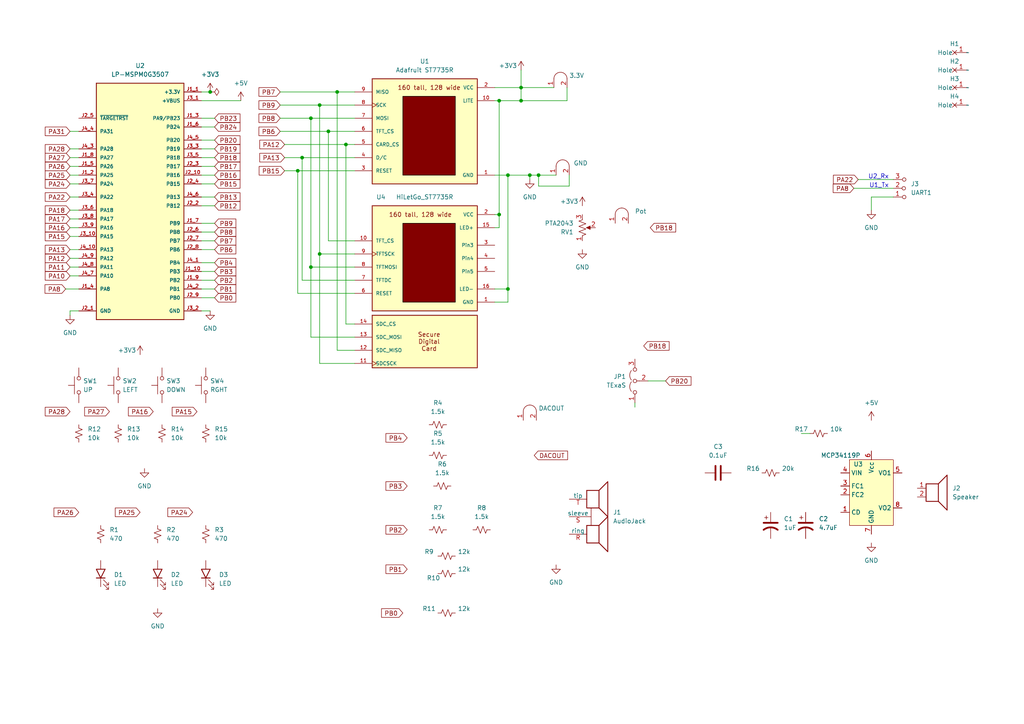
<source format=kicad_sch>
(kicad_sch (version 20230121) (generator eeschema)
  (paper "A4")
  (title_block (title "Starter Project") (date "2023-12-11") (rev "v1.0.0") (company "The University of Texas at Austin"))
  (lib_symbols
    (symbol "ECE445L:Adafruit_ST7735R" (pin_names (offset 1.016))
      (property "Reference" "U?" (at -15.24 16.002 0))
      (property "Value" "Adafruit ST7735R" (at -15.24 -17.78 0))
      (symbol "Adafruit_ST7735R_0_0"
        (rectangle (start -15.24 15.24) (end 15.24 -15.24) (stroke (width 0.254)) (fill (type background)))
      )
      (symbol "Adafruit_ST7735R_1_0"
        (pin power_in line (at 20.32 -12.7 180) (length 5.08) (name "GND") (number "1"))
        (pin power_in line (at 20.32 8.89 180) (length 5.08) (name "LITE") (number "10"))
        (pin power_in line (at 20.32 12.7 180) (length 5.08) (name "VCC") (number "2"))
        (pin input line (at -20.32 -11.43 0) (length 5.08) (name "RESET") (number "3"))
        (pin input line (at -20.32 -7.62 0) (length 5.08) (name "D/C") (number "4"))
        (pin input line (at -20.32 -3.81 0) (length 5.08) (name "CARD_CS") (number "5"))
        (pin input line (at -20.32 0 0) (length 5.08) (name "TFT_CS") (number "6"))
        (pin input line (at -20.32 3.81 0) (length 5.08) (name "MOSI") (number "7"))
        (pin input clock (at -20.32 7.62 0) (length 5.08) (name "SCK") (number "8"))
        (pin output line (at -20.32 11.43 0) (length 5.08) (name "MISO") (number "9"))
      )
      (symbol "Adafruit_ST7735R_1_1"
        (rectangle (start -6.35 10.16) (end 8.89 -12.7) (stroke (width 0) (color 0 0 0 1)) (fill (type color) (color 132 0 0 1)))
        (text "160 tall, 128 wide" (at 1.27 12.7 0) (effects (font (size 1.27 1.27))))
      )
    )
    (symbol "ECE445L:C" (pin_numbers hide) (pin_names (offset 0.254))
      (property "Reference" "C" (at 0.635 2.54 0))
      (property "Value" "C" (at 0.635 -2.54 0))
      (symbol "C_0_1"
        (polyline (pts (xy -2.032 -0.762) (xy 2.032 -0.762)) (stroke (width 0.508)))
        (polyline (pts (xy -2.032 0.762) (xy 2.032 0.762)) (stroke (width 0.508)))
      )
      (symbol "C_1_1"
        (pin passive line (at 0 3.81 270) (length 2.794) (name "~") (number "1"))
        (pin passive line (at 0 -3.81 90) (length 2.794) (name "~") (number "2"))
      )
    )
    (symbol "ECE445L:C_Polarized" (pin_numbers hide) (pin_names (offset 0.254) hide)
      (property "Reference" "C" (at 0.635 2.54 0))
      (property "Value" "C_Polarized" (at 0.635 -2.54 0))
      (symbol "C_Polarized_0_1"
        (polyline (pts (xy -2.032 0.762) (xy 2.032 0.762)) (stroke (width 0.508)))
        (polyline (pts (xy -1.778 2.286) (xy -0.762 2.286)))
        (polyline (pts (xy -1.27 1.778) (xy -1.27 2.794)))
        (arc (start 2.032 -1.27) (mid 0 -0.5572) (end -2.032 -1.27) (stroke (width 0.508)))
      )
      (symbol "C_Polarized_1_1"
        (pin passive line (at 0 3.81 270) (length 2.794) (name "~") (number "1"))
        (pin passive line (at 0 -3.81 90) (length 3.302) (name "~") (number "2"))
      )
    )
    (symbol "ECE445L:Header_3" (pin_names (offset 0) hide)
      (property "Reference" "J" (at 0 2.794 0))
      (property "Value" "Header3" (at 0.635 -4.445 0))
      (symbol "Header_3_0_0"
        (circle (center 1.905 2.54) (radius 0.508))
      )
      (symbol "Header_3_1_0"
        (circle (center 1.905 -2.54) (radius 0.508))
        (circle (center 2.032 0) (radius 0.508))
      )
      (symbol "Header_3_1_1"
        (pin passive line (at 5.08 2.54 180) (length 2.54) (name "A") (number "1"))
        (pin passive line (at 5.08 0 180) (length 2.54) (name "B") (number "2"))
        (pin passive line (at 5.08 -2.54 180) (length 2.54) (name "C") (number "3"))
      )
    )
    (symbol "ECE445L:HeadphoneJack" (pin_names (offset 0))
      (property "Reference" "J" (at 1.27 5.715 0))
      (property "Value" "AudioJack" (at 1.27 3.81 0))
      (symbol "HeadphoneJack_0_0"
        (rectangle (start -2.54 -8.89) (end 1.016 -13.97) (stroke (width 0.254)))
        (rectangle (start -2.54 1.27) (end 1.016 -3.81) (stroke (width 0.254)))
        (polyline (pts (xy 1.016 -8.89) (xy 3.556 -6.35) (xy 3.556 -16.51) (xy 1.016 -13.97)) (stroke (width 0.254)))
        (polyline (pts (xy 1.016 1.27) (xy 3.556 3.81) (xy 3.556 -6.35) (xy 1.016 -3.81)) (stroke (width 0.254)))
      )
      (symbol "HeadphoneJack_0_1"
        (polyline (pts (xy -2.54 -6.35) (xy -1.27 -6.35) (xy -1.27 -3.81) (xy -1.27 -8.89)))
      )
      (symbol "HeadphoneJack_1_1"
        (pin input line (at -7.62 -11.43 0) (length 5.12) (name "ring") (number "R"))
        (pin input line (at -7.62 -6.35 0) (length 5.12) (name "sleeve") (number "S"))
        (pin input line (at -7.62 -1.27 0) (length 5.12) (name "tip") (number "T"))
      )
    )
    (symbol "ECE445L:HiLetGo_ST7735R" (pin_names (offset 1.016))
      (property "Reference" "U?" (at -15.24 16.002 0))
      (property "Value" "HiLetGo_ST7735R" (at -11.43 -34.29 0))
      (symbol "HiLetGo_ST7735R_0_0"
        (rectangle (start -15.24 -16.51) (end 15.24 -31.75) (stroke (width 0.254)) (fill (type background)))
        (rectangle (start -15.24 15.24) (end 15.24 -15.24) (stroke (width 0.254)) (fill (type background)))
      )
      (symbol "HiLetGo_ST7735R_1_0"
        (pin power_in line (at 20.32 -12.7 180) (length 5.08) (name "GND") (number "1"))
        (pin input line (at -20.32 5.08 0) (length 5.08) (name "TFT_CS") (number "10"))
        (pin input clock (at -20.32 -30.48 0) (length 5.08) (name "SDCSCK") (number "11"))
        (pin output line (at -20.32 -26.67 0) (length 5.08) (name "SDC_MISO") (number "12"))
        (pin input line (at -20.32 -22.86 0) (length 5.08) (name "SDC_MOSI") (number "13"))
        (pin input line (at -20.32 -19.05 0) (length 5.08) (name "SDC_CS") (number "14"))
        (pin power_in line (at 20.32 8.89 180) (length 5.08) (name "LED+") (number "15"))
        (pin power_in line (at 20.32 -8.89 180) (length 5.08) (name "LED-") (number "16"))
        (pin power_in line (at 20.32 12.7 180) (length 5.08) (name "VCC") (number "2"))
        (pin free line (at 20.32 3.81 180) (length 5.08) (name "Pin3") (number "3"))
        (pin free line (at 20.32 0 180) (length 5.08) (name "Pin4") (number "4"))
        (pin free line (at 20.32 -3.81 180) (length 5.08) (name "Pin5") (number "5"))
        (pin input line (at -20.32 -10.16 0) (length 5.08) (name "RESET") (number "6"))
        (pin input line (at -20.32 -6.35 0) (length 5.08) (name "TFTDC") (number "7"))
        (pin input line (at -20.32 -2.54 0) (length 5.08) (name "TFTMOSI") (number "8"))
        (pin input clock (at -20.32 1.27 0) (length 5.08) (name "TFTSCK") (number "9"))
      )
      (symbol "HiLetGo_ST7735R_1_1"
        (rectangle (start -6.35 10.16) (end 8.89 -12.7) (stroke (width 0) (color 0 0 0 1)) (fill (type color) (color 132 0 0 1)))
        (text "160 tall, 128 wide" (at -1.27 12.7 0) (effects (font (size 1.27 1.27))))
        (text "Secure\nDigital\nCard" (at 1.27 -24.13 0) (effects (font (size 1.27 1.27))))
      )
    )
    (symbol "ECE445L:Jumper_3_Open" (pin_names (offset 0) hide)
      (property "Reference" "JP" (at -2.54 -2.54 0))
      (property "Value" "Jumper_3_Open" (at 0 2.794 0))
      (symbol "Jumper_3_Open_0_0"
        (circle (center -3.302 0) (radius 0.508))
        (circle (center 0 0) (radius 0.508))
        (circle (center 3.302 0) (radius 0.508))
      )
      (symbol "Jumper_3_Open_0_1"
        (arc (start -0.254 1.016) (mid -1.651 1.4992) (end -3.048 1.016))
        (polyline (pts (xy 0 -0.508) (xy 0 -1.27)))
        (arc (start 3.048 1.016) (mid 1.651 1.4992) (end 0.254 1.016))
      )
      (symbol "Jumper_3_Open_1_1"
        (pin passive line (at -6.35 0 0) (length 2.54) (name "A") (number "1"))
        (pin passive line (at 0 -3.81 90) (length 2.54) (name "C") (number "2"))
        (pin passive line (at 6.35 0 180) (length 2.54) (name "B") (number "3"))
      )
    )
    (symbol "ECE445L:LED" (pin_numbers hide) (pin_names (offset 1.016) hide)
      (property "Reference" "D" (at 1.27 1.27 0))
      (property "Value" "LED" (at -5.08 -1.27 0))
      (symbol "LED_0_1"
        (polyline (pts (xy 0 -1.27) (xy -2.54 -1.27)) (stroke (width 0.254)))
        (polyline (pts (xy 0 1.27) (xy -2.54 1.27) (xy -1.27 -1.27) (xy 0 1.27)) (stroke (width 0.254)))
        (polyline (pts (xy -0.508 -3.048) (xy 1.016 -4.572) (xy 1.016 -3.81) (xy 1.016 -4.572) (xy 0.254 -4.572)))
        (polyline (pts (xy -0.508 -1.778) (xy 1.016 -3.302) (xy 1.016 -2.54) (xy 1.016 -3.302) (xy 0.254 -3.302)))
      )
      (symbol "LED_1_1"
        (pin passive line (at -1.27 -3.81 90) (length 2.54) (name "K") (number "1"))
        (pin passive line (at -1.27 3.81 270) (length 2.54) (name "A") (number "2"))
      )
    )
    (symbol "ECE445L:LP-MSPM0G3507" (pin_names (offset 1.016))
      (property "Reference" "U?" (at -12.7367 34.3099 0))
      (property "Value" "LP-MSPM0G3507" (at -10.16 -38.1 0))
      (symbol "LP-MSPM0G3507_0_0"
        (rectangle (start -12.7 -35.56) (end 12.7 33.02) (stroke (width 0.254)) (fill (type background)))
      )
      (symbol "LP-MSPM0G3507_1_0"
        (pin power_out line (at 17.78 30.48 180) (length 5.08) (name "+3.3V") (number "J1_1"))
        (pin bidirectional line (at 17.78 -21.59 180) (length 5.08) (name "PB3") (number "J1_10"))
        (pin bidirectional line (at -17.78 6.35 0) (length 5.08) (name "PA25") (number "J1_2"))
        (pin bidirectional line (at 17.78 22.86 180) (length 5.08) (name "PA9/PB23") (number "J1_3"))
        (pin bidirectional line (at -17.78 -26.67 0) (length 5.08) (name "PA8") (number "J1_4"))
        (pin bidirectional line (at -17.78 8.89 0) (length 5.08) (name "PA26") (number "J1_5"))
        (pin bidirectional line (at 17.78 20.32 180) (length 5.08) (name "PB24") (number "J1_6"))
        (pin bidirectional line (at 17.78 -7.62 180) (length 5.08) (name "PB9") (number "J1_7"))
        (pin bidirectional line (at -17.78 11.43 0) (length 5.08) (name "PA27") (number "J1_8"))
        (pin bidirectional line (at 17.78 -24.13 180) (length 5.08) (name "PB2") (number "J1_9"))
        (pin power_out line (at -17.78 -33.02 0) (length 5.08) (name "GND") (number "J2_1"))
        (pin bidirectional line (at 17.78 6.35 180) (length 5.08) (name "PB16") (number "J2_10"))
        (pin bidirectional line (at 17.78 -2.54 180) (length 5.08) (name "PB12") (number "J2_2"))
        (pin bidirectional line (at 17.78 8.89 180) (length 5.08) (name "PB17") (number "J2_3"))
        (pin bidirectional line (at 17.78 3.81 180) (length 5.08) (name "PB15") (number "J2_4"))
        (pin input line (at -17.78 22.86 0) (length 5.08) (name "~{TARGETRST}") (number "J2_5"))
        (pin bidirectional line (at 17.78 -10.16 180) (length 5.08) (name "PB8") (number "J2_6"))
        (pin bidirectional line (at 17.78 -12.7 180) (length 5.08) (name "PB7") (number "J2_7"))
        (pin bidirectional line (at 17.78 -15.24 180) (length 5.08) (name "PB6") (number "J2_8"))
        (pin bidirectional line (at 17.78 -29.21 180) (length 5.08) (name "PB0") (number "J2_9"))
        (pin power_out line (at 17.78 27.94 180) (length 5.08) (name "+VBUS") (number "J3_1"))
        (pin bidirectional line (at -17.78 -11.43 0) (length 5.08) (name "PA15") (number "J3_10"))
        (pin power_out line (at 17.78 -33.02 180) (length 5.08) (name "GND") (number "J3_2"))
        (pin bidirectional line (at 17.78 13.97 180) (length 5.08) (name "PB19") (number "J3_3"))
        (pin bidirectional line (at -17.78 0 0) (length 5.08) (name "PA22") (number "J3_4"))
        (pin bidirectional line (at 17.78 11.43 180) (length 5.08) (name "PB18") (number "J3_5"))
        (pin bidirectional line (at -17.78 -3.81 0) (length 5.08) (name "PA18") (number "J3_6"))
        (pin bidirectional line (at -17.78 3.81 0) (length 5.08) (name "PA24") (number "J3_7"))
        (pin bidirectional line (at -17.78 -6.35 0) (length 5.08) (name "PA17") (number "J3_8"))
        (pin bidirectional line (at -17.78 -8.89 0) (length 5.08) (name "PA16") (number "J3_9"))
        (pin bidirectional line (at 17.78 -19.05 180) (length 5.08) (name "PB4") (number "J4_1"))
        (pin bidirectional line (at -17.78 -15.24 0) (length 5.08) (name "PA13") (number "J4_10"))
        (pin bidirectional line (at 17.78 -26.67 180) (length 5.08) (name "PB1") (number "J4_2"))
        (pin bidirectional line (at -17.78 13.97 0) (length 5.08) (name "PA28") (number "J4_3"))
        (pin bidirectional line (at -17.78 19.05 0) (length 5.08) (name "PA31") (number "J4_4"))
        (pin bidirectional line (at 17.78 16.51 180) (length 5.08) (name "PB20") (number "J4_5"))
        (pin bidirectional line (at 17.78 0 180) (length 5.08) (name "PB13") (number "J4_6"))
        (pin bidirectional line (at -17.78 -22.86 0) (length 5.08) (name "PA10") (number "J4_7"))
        (pin bidirectional line (at -17.78 -20.32 0) (length 5.08) (name "PA11") (number "J4_8"))
        (pin bidirectional line (at -17.78 -17.78 0) (length 5.08) (name "PA12") (number "J4_9"))
      )
    )
    (symbol "ECE445L:MCP34119P"
      (property "Reference" "U" (at -5.08 7.62 0))
      (property "Value" "MCP34119P" (at -7.62 10.16 0))
      (symbol "MCP34119P_1_1"
        (rectangle (start -6.35 8.89) (end 6.35 -10.16) (fill (type background)))
        (pin input line (at -8.89 -6.35 0) (length 2.54) (name "CD") (number "1"))
        (pin input line (at -8.89 -1.27 0) (length 2.54) (name "FC2") (number "2"))
        (pin input line (at -8.89 1.27 0) (length 2.54) (name "FC1") (number "3"))
        (pin input line (at -8.89 5.08 0) (length 2.54) (name "VIN") (number "4"))
        (pin output line (at 8.89 5.08 180) (length 2.54) (name "VO1") (number "5"))
        (pin power_in line (at 0 11.43 270) (length 2.54) (name "Vcc") (number "6"))
        (pin power_in line (at 0 -12.7 90) (length 2.54) (name "GND") (number "7"))
        (pin output line (at 8.89 -5.08 180) (length 2.54) (name "VO2") (number "8"))
      )
    )
    (symbol "ECE445L:MountingHole"
      (property "Reference" "H" (at 0 0 0))
      (symbol "MountingHole_1_1"
        (pin power_in non_logic (at 0 0 180) (length 3.81) (name "Hole") (number "1"))
      )
    )
    (symbol "ECE445L:PTA2043pot" (pin_names (offset 1.016) hide)
      (property "Reference" "RV" (at -4.445 0 90))
      (property "Value" "PTA2043" (at -2.54 0 90))
      (symbol "PTA2043pot_0_1"
        (polyline (pts (xy 0 -2.286) (xy 0 -2.54)))
        (polyline (pts (xy 0 2.54) (xy 0 2.286)))
        (polyline (pts (xy 2.54 0) (xy 1.524 0)))
        (polyline (pts (xy 1.143 0) (xy 2.286 0.508) (xy 2.286 -0.508) (xy 1.143 0)) (fill (type outline)))
        (polyline (pts (xy 0 -0.762) (xy 1.016 -1.143) (xy 0 -1.524) (xy -1.016 -1.905) (xy 0 -2.286)))
        (polyline (pts (xy 0 0.762) (xy 1.016 0.381) (xy 0 0) (xy -1.016 -0.381) (xy 0 -0.762)))
        (polyline (pts (xy 0 2.286) (xy 1.016 1.905) (xy 0 1.524) (xy -1.016 1.143) (xy 0 0.762)))
      )
      (symbol "PTA2043pot_1_1"
        (pin passive line (at 0 3.81 270) (length 1.27) (name "1") (number "1"))
        (pin passive line (at 3.81 0 180) (length 1.27) (name "2") (number "2"))
        (pin passive line (at 0 -3.81 90) (length 1.27) (name "3") (number "3"))
      )
    )
    (symbol "ECE445L:R_0.125W" (pin_numbers hide) (pin_names (offset 0.254) hide)
      (property "Reference" "R" (at 0.762 0.508 0))
      (property "Value" "R_0.125W" (at 0.762 -1.016 0))
      (symbol "R_0.125W_1_1"
        (polyline (pts (xy 0 0) (xy 1.016 -0.381) (xy 0 -0.762) (xy -1.016 -1.143) (xy 0 -1.524)))
        (polyline (pts (xy 0 1.524) (xy 1.016 1.143) (xy 0 0.762) (xy -1.016 0.381) (xy 0 0)))
        (pin passive line (at 0 2.54 270) (length 1.016) (name "~") (number "1"))
        (pin passive line (at 0 -2.54 90) (length 1.016) (name "~") (number "2"))
      )
    )
    (symbol "ECE445L:SW_Push" (pin_numbers hide) (pin_names (offset 1.016) hide)
      (property "Reference" "SW101" (at 1.27 -1.27 90))
      (property "Value" "UP" (at -1.27 -1.27 90))
      (symbol "SW_Push_0_1"
        (circle (center -2.032 0) (radius 0.508))
        (polyline (pts (xy 0 1.27) (xy 0 3.048)))
        (polyline (pts (xy 2.54 1.27) (xy -2.54 1.27)))
        (circle (center 2.032 0) (radius 0.508))
        (pin passive line (at -5.08 0 0) (length 2.54) (name "1") (number "1"))
        (pin passive line (at 5.08 0 180) (length 2.54) (name "2") (number "2"))
      )
    )
    (symbol "ECE445L:Speaker" (pin_names (offset 0) hide)
      (property "Reference" "J" (at 1.27 5.715 0))
      (property "Value" "Speaker" (at 1.27 3.81 0))
      (symbol "Speaker_0_0"
        (rectangle (start -2.54 1.27) (end 1.016 -3.81) (stroke (width 0.254)))
        (polyline (pts (xy 1.016 1.27) (xy 3.556 3.81) (xy 3.556 -6.35) (xy 1.016 -3.81)) (stroke (width 0.254)))
      )
      (symbol "Speaker_1_1"
        (pin input line (at -5.08 0 0) (length 2.54) (name "1") (number "1"))
        (pin input line (at -5.08 -2.54 0) (length 2.54) (name "2") (number "2"))
      )
    )
    (symbol "ECE445L:Testpoint" (pin_names (offset 0) hide)
      (property "Reference" "TP" (at 0 2.794 0))
      (property "Value" "TP" (at 0 -2.286 0))
      (symbol "Testpoint_0_1"
        (arc (start 0 4.445) (mid -1.347 3.887) (end -1.905 2.54))
        (arc (start 1.9051 2.5401) (mid 1.3471 3.8871) (end 0.0001 4.4451))
      )
      (symbol "Testpoint_1_1"
        (pin passive line (at -1.905 0 90) (length 2.54) (name "A") (number "1"))
        (pin passive line (at 1.905 0 90) (length 2.54) (name "B") (number "2"))
      )
    )
    (symbol "power:+3V3" (power) (pin_names (offset 0))
      (property "Value" "+3V3" (at 0 3.556 0))
      (symbol "+3V3_0_1"
        (polyline (pts (xy -0.762 1.27) (xy 0 2.54)))
        (polyline (pts (xy 0 0) (xy 0 2.54)))
        (polyline (pts (xy 0 2.54) (xy 0.762 1.27)))
      )
      (symbol "+3V3_1_1"
        (pin power_in line (at 0 0 90) (length 0) hide (name "+3V3") (number "1"))
      )
    )
    (symbol "power:+5V" (power) (pin_names (offset 0))
      (property "Value" "+5V" (at 0 3.556 0))
      (symbol "+5V_0_1"
        (polyline (pts (xy -0.762 1.27) (xy 0 2.54)))
        (polyline (pts (xy 0 0) (xy 0 2.54)))
        (polyline (pts (xy 0 2.54) (xy 0.762 1.27)))
      )
      (symbol "+5V_1_1"
        (pin power_in line (at 0 0 90) (length 0) hide (name "+5V") (number "1"))
      )
    )
    (symbol "power:GND" (power) (pin_names (offset 0))
      (property "Value" "GND" (at 0 -3.81 0))
      (symbol "GND_0_1"
        (polyline (pts (xy 0 0) (xy 0 -1.27) (xy 1.27 -1.27) (xy 0 -2.54) (xy -1.27 -1.27) (xy 0 -1.27)))
      )
      (symbol "GND_1_1"
        (pin power_in line (at 0 0 270) (length 0) hide (name "GND") (number "1"))
      )
    )
    (symbol "power:PWR_FLAG" (power) (pin_numbers hide) (pin_names (offset 0) hide)
      (property "Value" "PWR_FLAG" (at 0 3.81 0))
      (symbol "PWR_FLAG_0_0"
        (pin power_out line (at 0 0 90) (length 0) (name "pwr") (number "1"))
      )
      (symbol "PWR_FLAG_0_1"
        (polyline (pts (xy 0 0) (xy 0 1.27) (xy -1.016 1.905) (xy 0 2.54) (xy 1.016 1.905) (xy 0 1.27)))
      )
    )
  )
  (junction (at 86.36 49.53))
  (junction (at 144.78 62.23))
  (junction (at 97.79 26.67))
  (junction (at 147.32 50.8))
  (junction (at 87.63 45.72))
  (junction (at 95.25 38.1))
  (junction (at 147.32 83.82))
  (junction (at 100.33 41.91))
  (junction (at 153.67 50.8))
  (junction (at 144.78 29.21))
  (junction (at 92.71 30.48))
  (junction (at 151.13 25.4))
  (junction (at 156.21 50.8))
  (junction (at 90.17 77.47))
  (junction (at 90.17 34.29))
  (junction (at 92.71 73.66))
  (junction (at 151.13 29.21))
  (junction (at 60.96 26.67))
  (wire (pts (xy 165.1 53.975) (xy 156.21 53.975)))
  (wire (pts (xy 90.17 77.47) (xy 90.17 34.29)))
  (wire (pts (xy 102.87 85.09) (xy 86.36 85.09)))
  (wire (pts (xy 58.42 86.36) (xy 62.23 86.36)))
  (wire (pts (xy 58.42 57.15) (xy 62.23 57.15)))
  (wire (pts (xy 81.28 38.1) (xy 95.25 38.1)))
  (wire (pts (xy 95.25 38.1) (xy 102.87 38.1)))
  (wire (pts (xy 58.42 50.8) (xy 62.23 50.8)))
  (wire (pts (xy 20.32 91.44) (xy 20.32 90.17)))
  (wire (pts (xy 81.28 34.29) (xy 90.17 34.29)))
  (wire (pts (xy 100.33 41.91) (xy 102.87 41.91)))
  (wire (pts (xy 82.55 49.53) (xy 86.36 49.53)))
  (wire (pts (xy 20.32 68.58) (xy 22.86 68.58)))
  (wire (pts (xy 58.42 26.67) (xy 60.96 26.67)))
  (wire (pts (xy 20.32 66.04) (xy 22.86 66.04)))
  (wire (pts (xy 102.87 101.6) (xy 97.79 101.6)))
  (wire (pts (xy 164.465 25.4) (xy 164.465 29.21)))
  (wire (pts (xy 247.65 54.61) (xy 259.08 54.61)))
  (wire (pts (xy 143.51 66.04) (xy 144.78 66.04)))
  (wire (pts (xy 58.42 45.72) (xy 62.23 45.72)))
  (wire (pts (xy 102.87 69.85) (xy 95.25 69.85)))
  (wire (pts (xy 58.42 40.64) (xy 62.23 40.64)))
  (wire (pts (xy 20.32 38.1) (xy 22.86 38.1)))
  (wire (pts (xy 143.51 29.21) (xy 144.78 29.21)))
  (wire (pts (xy 86.36 49.53) (xy 86.36 85.09)))
  (wire (pts (xy 143.51 83.82) (xy 147.32 83.82)))
  (wire (pts (xy 87.63 45.72) (xy 87.63 81.28)))
  (wire (pts (xy 58.42 72.39) (xy 62.23 72.39)))
  (wire (pts (xy 102.87 97.79) (xy 90.17 97.79)))
  (wire (pts (xy 81.28 30.48) (xy 92.71 30.48)))
  (wire (pts (xy 20.32 48.26) (xy 22.86 48.26)))
  (wire (pts (xy 58.42 83.82) (xy 62.23 83.82)))
  (wire (pts (xy 19.05 83.82) (xy 22.86 83.82)))
  (wire (pts (xy 100.33 93.98) (xy 100.33 41.91)))
  (wire (pts (xy 187.96 110.49) (xy 193.04 110.49)))
  (wire (pts (xy 58.42 76.2) (xy 62.23 76.2)))
  (wire (pts (xy 144.78 66.04) (xy 144.78 62.23)))
  (wire (pts (xy 20.32 63.5) (xy 22.86 63.5)))
  (wire (pts (xy 58.42 34.29) (xy 62.23 34.29)))
  (wire (pts (xy 156.21 53.975) (xy 156.21 50.8)))
  (wire (pts (xy 143.51 87.63) (xy 147.32 87.63)))
  (wire (pts (xy 97.79 101.6) (xy 97.79 26.67)))
  (wire (pts (xy 144.78 29.21) (xy 151.13 29.21)))
  (wire (pts (xy 58.42 64.77) (xy 62.23 64.77)))
  (wire (pts (xy 151.13 25.4) (xy 151.13 20.32)))
  (wire (pts (xy 82.55 45.72) (xy 87.63 45.72)))
  (wire (pts (xy 20.32 50.8) (xy 22.86 50.8)))
  (wire (pts (xy 248.92 52.07) (xy 259.08 52.07)))
  (wire (pts (xy 58.42 48.26) (xy 62.23 48.26)))
  (wire (pts (xy 20.32 90.17) (xy 22.86 90.17)))
  (wire (pts (xy 153.67 50.8) (xy 153.67 52.07)))
  (wire (pts (xy 58.42 29.21) (xy 69.85 29.21)))
  (wire (pts (xy 147.32 50.8) (xy 153.67 50.8)))
  (wire (pts (xy 165.1 50.8) (xy 165.1 53.975)))
  (wire (pts (xy 144.78 62.23) (xy 144.78 29.21)))
  (wire (pts (xy 234.95 125.73) (xy 232.41 125.73)))
  (wire (pts (xy 20.32 57.15) (xy 22.86 57.15)))
  (wire (pts (xy 143.51 62.23) (xy 144.78 62.23)))
  (wire (pts (xy 252.73 57.15) (xy 252.73 60.96)))
  (wire (pts (xy 90.17 97.79) (xy 90.17 77.47)))
  (wire (pts (xy 102.87 81.28) (xy 87.63 81.28)))
  (wire (pts (xy 20.32 74.93) (xy 22.86 74.93)))
  (wire (pts (xy 151.13 29.21) (xy 151.13 25.4)))
  (wire (pts (xy 102.87 77.47) (xy 90.17 77.47)))
  (wire (pts (xy 58.42 90.17) (xy 60.96 90.17)))
  (wire (pts (xy 184.15 116.84) (xy 184.15 118.11)))
  (wire (pts (xy 58.42 67.31) (xy 62.23 67.31)))
  (wire (pts (xy 86.36 49.53) (xy 102.87 49.53)))
  (wire (pts (xy 58.42 81.28) (xy 62.23 81.28)))
  (wire (pts (xy 143.51 25.4) (xy 151.13 25.4)))
  (wire (pts (xy 92.71 73.66) (xy 92.71 30.48)))
  (wire (pts (xy 20.32 80.01) (xy 22.86 80.01)))
  (wire (pts (xy 102.87 93.98) (xy 100.33 93.98)))
  (wire (pts (xy 20.32 77.47) (xy 22.86 77.47)))
  (wire (pts (xy 147.32 83.82) (xy 147.32 50.8)))
  (wire (pts (xy 58.42 53.34) (xy 62.23 53.34)))
  (wire (pts (xy 153.67 50.8) (xy 156.21 50.8)))
  (wire (pts (xy 92.71 105.41) (xy 92.71 73.66)))
  (wire (pts (xy 259.08 57.15) (xy 252.73 57.15)))
  (wire (pts (xy 92.71 30.48) (xy 102.87 30.48)))
  (wire (pts (xy 58.42 78.74) (xy 62.23 78.74)))
  (wire (pts (xy 95.25 69.85) (xy 95.25 38.1)))
  (wire (pts (xy 20.32 45.72) (xy 22.86 45.72)))
  (wire (pts (xy 151.13 25.4) (xy 160.655 25.4)))
  (wire (pts (xy 87.63 45.72) (xy 102.87 45.72)))
  (wire (pts (xy 143.51 50.8) (xy 147.32 50.8)))
  (wire (pts (xy 164.465 29.21) (xy 151.13 29.21)))
  (wire (pts (xy 20.32 43.18) (xy 22.86 43.18)))
  (wire (pts (xy 20.32 72.39) (xy 22.86 72.39)))
  (wire (pts (xy 58.42 43.18) (xy 62.23 43.18)))
  (wire (pts (xy 58.42 59.69) (xy 62.23 59.69)))
  (wire (pts (xy 147.32 87.63) (xy 147.32 83.82)))
  (wire (pts (xy 58.42 69.85) (xy 62.23 69.85)))
  (wire (pts (xy 58.42 36.83) (xy 62.23 36.83)))
  (wire (pts (xy 92.71 73.66) (xy 102.87 73.66)))
  (wire (pts (xy 97.79 26.67) (xy 102.87 26.67)))
  (wire (pts (xy 20.32 60.96) (xy 22.86 60.96)))
  (wire (pts (xy 90.17 34.29) (xy 102.87 34.29)))
  (wire (pts (xy 81.28 26.67) (xy 97.79 26.67)))
  (wire (pts (xy 20.32 53.34) (xy 22.86 53.34)))
  (wire (pts (xy 102.87 105.41) (xy 92.71 105.41)))
  (wire (pts (xy 156.21 50.8) (xy 161.29 50.8)))
  (wire (pts (xy 82.55 41.91) (xy 100.33 41.91)))
  (text "U2_Rx" (at 257.81 52.07 0) (effects (font (size 1.27 1.27)) (justify right bottom)))
  (text "U1_Tx" (at 257.81 54.61 0) (effects (font (size 1.27 1.27)) (justify right bottom)))
  (global_label "PA13" (shape input) (at 82.55 45.72 180) (property "Intersheetrefs" "${INTERSHEET_REFS}" (effects hide)))
  (global_label "PB4" (shape input) (at 118.11 127 180) (property "Intersheetrefs" "${INTERSHEET_REFS}" (effects hide)))
  (global_label "PB8" (shape input) (at 62.23 67.31 0) (property "Intersheetrefs" "${INTERSHEET_REFS}" (effects hide)))
  (global_label "PA12" (shape input) (at 82.55 41.91 180) (property "Intersheetrefs" "${INTERSHEET_REFS}" (effects hide)))
  (global_label "PB6" (shape input) (at 62.23 72.39 0) (property "Intersheetrefs" "${INTERSHEET_REFS}" (effects hide)))
  (global_label "PB6" (shape input) (at 81.28 38.1 180) (property "Intersheetrefs" "${INTERSHEET_REFS}" (effects hide)))
  (global_label "PA28" (shape input) (at 20.32 119.38 180) (property "Intersheetrefs" "${INTERSHEET_REFS}" (effects hide)))
  (global_label "PB18" (shape input) (at 186.69 100.33 0) (property "Intersheetrefs" "${INTERSHEET_REFS}" (effects hide)))
  (global_label "PB15" (shape input) (at 62.23 53.34 0) (property "Intersheetrefs" "${INTERSHEET_REFS}" (effects hide)))
  (global_label "PB7" (shape input) (at 81.28 26.67 180) (property "Intersheetrefs" "${INTERSHEET_REFS}" (effects hide)))
  (global_label "PB20" (shape input) (at 193.04 110.49 0) (property "Intersheetrefs" "${INTERSHEET_REFS}" (effects hide)))
  (global_label "PA25" (shape input) (at 20.32 50.8 180) (property "Intersheetrefs" "${INTERSHEET_REFS}" (effects hide)))
  (global_label "PA22" (shape input) (at 20.32 57.15 180) (property "Intersheetrefs" "${INTERSHEET_REFS}" (effects hide)))
  (global_label "PB18" (shape input) (at 62.23 45.72 0) (property "Intersheetrefs" "${INTERSHEET_REFS}" (effects hide)))
  (global_label "PA24" (shape input) (at 20.32 53.34 180) (property "Intersheetrefs" "${INTERSHEET_REFS}" (effects hide)))
  (global_label "PB7" (shape input) (at 62.23 69.85 0) (property "Intersheetrefs" "${INTERSHEET_REFS}" (effects hide)))
  (global_label "PA26" (shape input) (at 22.86 148.59 180) (property "Intersheetrefs" "${INTERSHEET_REFS}" (effects hide)))
  (global_label "PB23" (shape input) (at 62.23 34.29 0) (property "Intersheetrefs" "${INTERSHEET_REFS}" (effects hide)))
  (global_label "PA15" (shape input) (at 20.32 68.58 180) (property "Intersheetrefs" "${INTERSHEET_REFS}" (effects hide)))
  (global_label "PB18" (shape input) (at 188.595 66.04 0) (property "Intersheetrefs" "${INTERSHEET_REFS}" (effects hide)))
  (global_label "PB3" (shape input) (at 62.23 78.74 0) (property "Intersheetrefs" "${INTERSHEET_REFS}" (effects hide)))
  (global_label "PA31" (shape input) (at 20.32 38.1 180) (property "Intersheetrefs" "${INTERSHEET_REFS}" (effects hide)))
  (global_label "PA26" (shape input) (at 20.32 48.26 180) (property "Intersheetrefs" "${INTERSHEET_REFS}" (effects hide)))
  (global_label "PA17" (shape input) (at 20.32 63.5 180) (property "Intersheetrefs" "${INTERSHEET_REFS}" (effects hide)))
  (global_label "PB3" (shape input) (at 118.11 140.97 180) (property "Intersheetrefs" "${INTERSHEET_REFS}" (effects hide)))
  (global_label "PB9" (shape input) (at 62.23 64.77 0) (property "Intersheetrefs" "${INTERSHEET_REFS}" (effects hide)))
  (global_label "PA13" (shape input) (at 20.32 72.39 180) (property "Intersheetrefs" "${INTERSHEET_REFS}" (effects hide)))
  (global_label "PB17" (shape input) (at 62.23 48.26 0) (property "Intersheetrefs" "${INTERSHEET_REFS}" (effects hide)))
  (global_label "PA16" (shape input) (at 44.45 119.38 180) (property "Intersheetrefs" "${INTERSHEET_REFS}" (effects hide)))
  (global_label "PB8" (shape input) (at 81.28 34.29 180) (property "Intersheetrefs" "${INTERSHEET_REFS}" (effects hide)))
  (global_label "PA10" (shape input) (at 20.32 80.01 180) (property "Intersheetrefs" "${INTERSHEET_REFS}" (effects hide)))
  (global_label "PA12" (shape input) (at 20.32 74.93 180) (property "Intersheetrefs" "${INTERSHEET_REFS}" (effects hide)))
  (global_label "PB0" (shape input) (at 116.84 177.8 180) (property "Intersheetrefs" "${INTERSHEET_REFS}" (effects hide)))
  (global_label "PB4" (shape input) (at 62.23 76.2 0) (property "Intersheetrefs" "${INTERSHEET_REFS}" (effects hide)))
  (global_label "DACOUT" (shape input) (at 154.94 132.08 0) (property "Intersheetrefs" "${INTERSHEET_REFS}" (effects hide)))
  (global_label "PB24" (shape input) (at 62.23 36.83 0) (property "Intersheetrefs" "${INTERSHEET_REFS}" (effects hide)))
  (global_label "PA27" (shape input) (at 31.75 119.38 180) (property "Intersheetrefs" "${INTERSHEET_REFS}" (effects hide)))
  (global_label "PB13" (shape input) (at 62.23 57.15 0) (property "Intersheetrefs" "${INTERSHEET_REFS}" (effects hide)))
  (global_label "PA11" (shape input) (at 20.32 77.47 180) (property "Intersheetrefs" "${INTERSHEET_REFS}" (effects hide)))
  (global_label "PA27" (shape input) (at 20.32 45.72 180) (property "Intersheetrefs" "${INTERSHEET_REFS}" (effects hide)))
  (global_label "PA18" (shape input) (at 20.32 60.96 180) (property "Intersheetrefs" "${INTERSHEET_REFS}" (effects hide)))
  (global_label "PB12" (shape input) (at 62.23 59.69 0) (property "Intersheetrefs" "${INTERSHEET_REFS}" (effects hide)))
  (global_label "PA25" (shape input) (at 40.64 148.59 180) (property "Intersheetrefs" "${INTERSHEET_REFS}" (effects hide)))
  (global_label "PA24" (shape input) (at 55.88 148.59 180) (property "Intersheetrefs" "${INTERSHEET_REFS}" (effects hide)))
  (global_label "PB1" (shape input) (at 62.23 83.82 0) (property "Intersheetrefs" "${INTERSHEET_REFS}" (effects hide)))
  (global_label "PA16" (shape input) (at 20.32 66.04 180) (property "Intersheetrefs" "${INTERSHEET_REFS}" (effects hide)))
  (global_label "PB16" (shape input) (at 62.23 50.8 0) (property "Intersheetrefs" "${INTERSHEET_REFS}" (effects hide)))
  (global_label "PB20" (shape input) (at 62.23 40.64 0) (property "Intersheetrefs" "${INTERSHEET_REFS}" (effects hide)))
  (global_label "PA28" (shape input) (at 20.32 43.18 180) (property "Intersheetrefs" "${INTERSHEET_REFS}" (effects hide)))
  (global_label "PB2" (shape input) (at 118.11 153.67 180) (property "Intersheetrefs" "${INTERSHEET_REFS}" (effects hide)))
  (global_label "PB9" (shape input) (at 81.28 30.48 180) (property "Intersheetrefs" "${INTERSHEET_REFS}" (effects hide)))
  (global_label "PA8" (shape input) (at 19.05 83.82 180) (property "Intersheetrefs" "${INTERSHEET_REFS}" (effects hide)))
  (global_label "PA8" (shape input) (at 247.65 54.61 180) (property "Intersheetrefs" "${INTERSHEET_REFS}" (effects hide)))
  (global_label "PA15" (shape input) (at 57.15 119.38 180) (property "Intersheetrefs" "${INTERSHEET_REFS}" (effects hide)))
  (global_label "PB1" (shape input) (at 118.11 165.1 180) (property "Intersheetrefs" "${INTERSHEET_REFS}" (effects hide)))
  (global_label "PB0" (shape input) (at 62.23 86.36 0) (property "Intersheetrefs" "${INTERSHEET_REFS}" (effects hide)))
  (global_label "PB19" (shape input) (at 62.23 43.18 0) (property "Intersheetrefs" "${INTERSHEET_REFS}" (effects hide)))
  (global_label "PA22" (shape input) (at 248.92 52.07 180) (property "Intersheetrefs" "${INTERSHEET_REFS}" (effects hide)))
  (global_label "PB2" (shape input) (at 62.23 81.28 0) (property "Intersheetrefs" "${INTERSHEET_REFS}" (effects hide)))
  (global_label "PB15" (shape input) (at 82.55 49.53 180) (property "Intersheetrefs" "${INTERSHEET_REFS}" (effects hide)))
  (symbol (lib_id "ECE445L:MountingHole") (at 280.67 30.48 0) (unit 1)
    (property "Reference" "H4" (at 276.86 27.94 0))
    (property "Value" "~" (at 280.67 30.48 0))
    (property "Footprint" "ECE445L:MountingHole_4_40" (effects hide))
  )
  (symbol (lib_id "ECE445L:Adafruit_ST7735R") (at 123.19 38.1 0) (unit 1)
    (property "Reference" "U1" (at 123.19 17.78 0))
    (property "Value" "Adafruit ST7735R" (at 123.19 20.32 0))
    (property "Footprint" "ECE445L:adafruit_st7735r2" (effects hide))
    (property "Datasheet" "https://www.mouser.com/datasheet/2/737/ST7735R_V0_2-2489618.pdf" (effects hide))
    (property "Distributor" "Mouser" (effects hide))
    (property "Manufacturer" "Adafruit" (effects hide))
    (property "P/N" "358" (effects hide))
    (property "Cost" "19.95" (effects hide))
  )
  (symbol (lib_id "ECE445L:Jumper_3_Open") (at 184.15 110.49 90) (unit 1)
    (property "Reference" "JP1" (at 181.61 109.22 90) (effects (justify left)))
    (property "Value" "TExaS" (at 181.61 111.76 90) (effects (justify left)))
    (property "Footprint" "ECE445L:PinHeader_1x03_P2.54mm_Vertical" (effects hide))
  )
  (symbol (lib_id "ECE445L:R_0.125W") (at 127 153.67 270) (unit 1)
    (property "Reference" "R7" (at 127 147.32 90))
    (property "Value" "1.5k" (at 127 149.86 90))
    (property "Footprint" "ECE445L:R_Axial_DIN0204_L3.6mm_D1.6mm_P7.62mm_Horizontal" (effects hide))
    (property "Datasheet" "https://users.ece.utexas.edu/~valvano/mspm0/CarbonFilmresistors.pdf" (effects hide))
  )
  (symbol (lib_id "ECE445L:R_0.125W") (at 29.21 154.94 0) (unit 1)
    (property "Reference" "R1" (at 31.75 153.67 0) (effects (justify left)))
    (property "Value" "470" (at 31.75 156.21 0) (effects (justify left)))
    (property "Footprint" "ECE445L:R_Axial_DIN0204_L3.6mm_D1.6mm_P7.62mm_Horizontal" (effects hide))
    (property "Datasheet" "https://users.ece.utexas.edu/~valvano/mspm0/CarbonFilmresistors.pdf" (effects hide))
  )
  (symbol (lib_id "ECE445L:LED") (at 60.96 166.37 0) (unit 1)
    (property "Reference" "D3" (at 63.5 166.6875 0) (effects (justify left)))
    (property "Value" "LED" (at 63.5 169.2275 0) (effects (justify left)))
    (property "Footprint" "ECE445L:LED_D5.0mm" (effects hide))
    (property "Datasheet" "https://users.ece.utexas.edu/~valvano/mspm0/HLMP-4700.pdf" (effects hide))
  )
  (symbol (lib_id "ECE445L:R_0.125W") (at 139.7 153.67 270) (unit 1)
    (property "Reference" "R8" (at 139.7 147.32 90))
    (property "Value" "1.5k" (at 139.7 149.86 90))
    (property "Footprint" "ECE445L:R_Axial_DIN0204_L3.6mm_D1.6mm_P7.62mm_Horizontal" (effects hide))
    (property "Datasheet" "https://users.ece.utexas.edu/~valvano/mspm0/CarbonFilmresistors.pdf" (effects hide))
  )
  (symbol (lib_id "power:GND") (at 252.73 60.96 0) (unit 1)
    (property "Reference" "#PWR06" (effects hide))
    (property "Value" "GND" (at 252.73 66.04 0))
  )
  (symbol (lib_id "ECE445L:SW_Push") (at 34.29 111.76 90) (unit 1)
    (property "Reference" "SW2" (at 35.56 110.49 90) (effects (justify right)))
    (property "Value" "LEFT" (at 35.56 113.03 90) (effects (justify right)))
    (property "Footprint" "ECE445L:SW_PUSH_6mm" (effects hide))
  )
  (symbol (lib_id "ECE445L:LP-MSPM0G3507") (at 40.64 57.15 0) (unit 1)
    (property "Reference" "U2" (at 40.64 19.05 0))
    (property "Value" "LP-MSPM0G3507" (at 40.64 21.59 0))
    (property "Footprint" "ECE445L:ti_LP_MSPM0G3507" (effects hide))
    (property "Datasheet" "https://www.ti.com/tool/LP-MSPM0G3507" (effects hide))
    (property "Distributor" "Mouser" (effects hide))
    (property "Manufacturer" "Texas Instruments" (effects hide))
    (property "P/N" "LP-MSPM0G3507" (effects hide))
    (property "Cost" "22.60" (effects hide))
  )
  (symbol (lib_id "ECE445L:MCP34119P") (at 252.73 142.24 0) (unit 1)
    (property "Reference" "U3" (at 248.92 134.62 0))
    (property "Value" "MCP34119P" (at 243.84 132.08 0))
    (property "Footprint" "ECE445L:DIP-8_W7.62mm_LongPads" (effects hide))
    (property "Datasheet" "https://users.ece.utexas.edu/~valvano/Datasheets/MC34119.pdf" (effects hide))
    (property "Distributor" "N/A" (effects hide))
    (property "Manufacturer" "Motorola" (effects hide))
    (property "P/N" "MC34119P" (effects hide))
    (property "Cost" "N/A" (effects hide))
  )
  (symbol (lib_id "ECE445L:R_0.125W") (at 129.54 166.37 270) (unit 1)
    (property "Reference" "R10" (at 125.73 167.64 90))
    (property "Value" "12k" (at 134.62 165.1 90))
    (property "Footprint" "ECE445L:R_Axial_DIN0204_L3.6mm_D1.6mm_P7.62mm_Horizontal" (effects hide))
    (property "Datasheet" "https://users.ece.utexas.edu/~valvano/mspm0/CarbonFilmresistors.pdf" (effects hide))
  )
  (symbol (lib_id "power:+3V3") (at 40.64 102.87 0) (unit 1)
    (property "Reference" "#PWR03" (effects hide))
    (property "Value" "+3V3" (at 36.83 101.6 0))
  )
  (symbol (lib_id "ECE445L:LED") (at 46.99 166.37 0) (unit 1)
    (property "Reference" "D2" (at 49.53 166.6875 0) (effects (justify left)))
    (property "Value" "LED" (at 49.53 169.2275 0) (effects (justify left)))
    (property "Footprint" "ECE445L:LED_D5.0mm" (effects hide))
    (property "Datasheet" "https://users.ece.utexas.edu/~valvano/mspm0/HLMP-4700.pdf" (effects hide))
  )
  (symbol (lib_id "power:+5V") (at 69.85 29.21 0) (unit 1)
    (property "Reference" "#PWR0105" (effects hide))
    (property "Value" "+5V" (at 69.85 24.13 0))
  )
  (symbol (lib_id "power:GND") (at 45.72 176.53 0) (unit 1)
    (property "Reference" "#PWR0107" (effects hide))
    (property "Value" "GND" (at 45.72 181.61 0))
  )
  (symbol (lib_id "ECE445L:LED") (at 30.48 166.37 0) (unit 1)
    (property "Reference" "D1" (at 33.02 166.6875 0) (effects (justify left)))
    (property "Value" "LED" (at 33.02 169.2275 0) (effects (justify left)))
    (property "Footprint" "ECE445L:LED_D5.0mm" (effects hide))
    (property "Datasheet" "https://users.ece.utexas.edu/~valvano/mspm0/HLMP-4700.pdf" (effects hide))
  )
  (symbol (lib_id "power:GND") (at 20.32 91.44 0) (unit 1)
    (property "Reference" "#PWR01" (effects hide))
    (property "Value" "GND" (at 20.32 96.52 0))
  )
  (symbol (lib_id "ECE445L:Speaker") (at 271.145 141.605 0) (unit 1)
    (property "Reference" "J2" (at 276.225 141.605 0) (effects (justify left)))
    (property "Value" "Speaker" (at 276.225 144.145 0) (effects (justify left)))
    (property "Footprint" "ECE445L:PinHeader_1x02_P2.54mm_Vertical" (effects hide))
  )
  (symbol (lib_id "ECE445L:SW_Push") (at 22.86 111.76 90) (unit 1)
    (property "Reference" "SW1" (at 24.13 110.49 90) (effects (justify right)))
    (property "Value" "UP" (at 24.13 113.03 90) (effects (justify right)))
    (property "Footprint" "ECE445L:SW_PUSH_6mm" (effects hide))
  )
  (symbol (lib_id "power:+5V") (at 252.73 121.92 0) (unit 1)
    (property "Reference" "#PWR08" (effects hide))
    (property "Value" "+5V" (at 252.73 116.84 0))
  )
  (symbol (lib_id "ECE445L:HiLetGo_ST7735R") (at 123.19 74.93 0) (unit 1)
    (property "Reference" "U4" (at 110.49 57.15 0))
    (property "Value" "HiLetGo_ST7735R" (at 123.19 57.15 0))
    (property "Footprint" "ECE445L:hiletgo_st7735r" (effects hide))
    (property "Datasheet" "https://users.ece.utexas.edu/~valvano/mspm0/1-8-tft-display.pdf" (effects hide))
    (property "Distributor" "Amazon" (effects hide))
    (property "Manufacturer" "HiLetGo" (effects hide))
    (property "P/N" "https://www.amazon.com/s?k=hiletgo+ST7735R" (effects hide))
    (property "Cost" "9.95" (effects hide))
  )
  (symbol (lib_id "ECE445L:R_0.125W") (at 59.69 125.73 0) (unit 1)
    (property "Reference" "R15" (at 62.23 124.46 0) (effects (justify left)))
    (property "Value" "10k" (at 62.23 127 0) (effects (justify left)))
    (property "Footprint" "ECE445L:R_Axial_DIN0204_L3.6mm_D1.6mm_P7.62mm_Horizontal" (effects hide))
    (property "Datasheet" "https://users.ece.utexas.edu/~valvano/mspm0/CarbonFilmresistors.pdf" (effects hide))
  )
  (symbol (lib_id "ECE445L:Header_3") (at 264.16 54.61 180) (unit 1)
    (property "Reference" "J3" (at 264.16 53.34 0) (effects (justify right)))
    (property "Value" "UART1" (at 264.16 55.88 0) (effects (justify right)))
    (property "Footprint" "ECE445L:PinHeader_1x03_P2.54mm_Vertical" (effects hide))
  )
  (symbol (lib_id "ECE445L:Testpoint") (at 163.195 50.8 0) (unit 1)
    (property "Reference" "J6" (effects hide))
    (property "Value" "GND" (at 166.37 47.3074 0) (effects (justify left)))
    (property "Footprint" "ECE445L:Testpoint_1x02_P2.54mm" (effects hide))
  )
  (symbol (lib_id "ECE445L:MountingHole") (at 280.67 20.32 0) (unit 1)
    (property "Reference" "H2" (at 276.86 17.78 0))
    (property "Value" "~" (at 280.67 20.32 0))
    (property "Footprint" "ECE445L:MountingHole_4_40" (effects hide))
  )
  (symbol (lib_id "ECE445L:R_0.125W") (at 22.86 125.73 0) (unit 1)
    (property "Reference" "R12" (at 25.4 124.46 0) (effects (justify left)))
    (property "Value" "10k" (at 25.4 127 0) (effects (justify left)))
    (property "Footprint" "ECE445L:R_Axial_DIN0204_L3.6mm_D1.6mm_P7.62mm_Horizontal" (effects hide))
    (property "Datasheet" "https://users.ece.utexas.edu/~valvano/mspm0/CarbonFilmresistors.pdf" (effects hide))
  )
  (symbol (lib_id "ECE445L:PTA2043pot") (at 168.91 66.04 0) (mirror x) (unit 1)
    (property "Reference" "RV1" (at 166.37 67.31 0) (effects (justify right)))
    (property "Value" "PTA2043" (at 166.37 64.77 0) (effects (justify right)))
    (property "Footprint" "ECE445L:PTA2043pot" (effects hide))
  )
  (symbol (lib_id "power:GND") (at 153.67 52.07 0) (unit 1)
    (property "Reference" "#PWR0108" (effects hide))
    (property "Value" "GND" (at 153.67 57.15 0))
  )
  (symbol (lib_id "ECE445L:MountingHole") (at 280.67 15.24 0) (unit 1)
    (property "Reference" "H1" (at 276.86 12.7 0))
    (property "Value" "~" (at 280.67 15.24 0))
    (property "Footprint" "ECE445L:MountingHole_4_40" (effects hide))
  )
  (symbol (lib_id "ECE445L:R_0.125W") (at 127 123.19 270) (unit 1)
    (property "Reference" "R4" (at 127 116.84 90))
    (property "Value" "1.5k" (at 127 119.38 90))
    (property "Footprint" "ECE445L:R_Axial_DIN0204_L3.6mm_D1.6mm_P7.62mm_Horizontal" (effects hide))
    (property "Datasheet" "https://users.ece.utexas.edu/~valvano/mspm0/CarbonFilmresistors.pdf" (effects hide))
  )
  (symbol (lib_id "ECE445L:MountingHole") (at 280.67 25.4 0) (unit 1)
    (property "Reference" "H3" (at 276.86 22.86 0))
    (property "Value" "~" (at 280.67 25.4 0))
    (property "Footprint" "ECE445L:MountingHole_4_40" (effects hide))
  )
  (symbol (lib_id "ECE445L:SW_Push") (at 46.99 111.76 90) (unit 1)
    (property "Reference" "SW3" (at 48.26 110.49 90) (effects (justify right)))
    (property "Value" "DOWN" (at 48.26 113.03 90) (effects (justify right)))
    (property "Footprint" "ECE445L:SW_PUSH_6mm" (effects hide))
  )
  (symbol (lib_id "power:+3V3") (at 60.96 26.67 0) (unit 1)
    (property "Reference" "#PWR0103" (effects hide))
    (property "Value" "+3V3" (at 60.96 21.59 0))
  )
  (symbol (lib_id "ECE445L:R_0.125W") (at 46.99 125.73 0) (unit 1)
    (property "Reference" "R14" (at 49.53 124.46 0) (effects (justify left)))
    (property "Value" "10k" (at 49.53 127 0) (effects (justify left)))
    (property "Footprint" "ECE445L:R_Axial_DIN0204_L3.6mm_D1.6mm_P7.62mm_Horizontal" (effects hide))
    (property "Datasheet" "https://users.ece.utexas.edu/~valvano/mspm0/CarbonFilmresistors.pdf" (effects hide))
  )
  (symbol (lib_id "ECE445L:R_0.125W") (at 34.29 125.73 0) (unit 1)
    (property "Reference" "R13" (at 36.83 124.46 0) (effects (justify left)))
    (property "Value" "10k" (at 36.83 127 0) (effects (justify left)))
    (property "Footprint" "ECE445L:R_Axial_DIN0204_L3.6mm_D1.6mm_P7.62mm_Horizontal" (effects hide))
    (property "Datasheet" "https://users.ece.utexas.edu/~valvano/mspm0/CarbonFilmresistors.pdf" (effects hide))
  )
  (symbol (lib_id "power:GND") (at 41.91 135.89 0) (unit 1)
    (property "Reference" "#PWR0102" (effects hide))
    (property "Value" "GND" (at 41.91 140.97 0))
  )
  (symbol (lib_id "ECE445L:R_0.125W") (at 59.69 154.94 0) (unit 1)
    (property "Reference" "R3" (at 62.23 153.67 0) (effects (justify left)))
    (property "Value" "470" (at 62.23 156.21 0) (effects (justify left)))
    (property "Footprint" "ECE445L:R_Axial_DIN0204_L3.6mm_D1.6mm_P7.62mm_Horizontal" (effects hide))
    (property "Datasheet" "https://users.ece.utexas.edu/~valvano/mspm0/CarbonFilmresistors.pdf" (effects hide))
  )
  (symbol (lib_id "ECE445L:R_0.125W") (at 237.49 125.73 270) (unit 1)
    (property "Reference" "R17" (at 232.41 124.46 90))
    (property "Value" "10k" (at 242.57 124.46 90))
    (property "Footprint" "ECE445L:R_Axial_DIN0204_L3.6mm_D1.6mm_P7.62mm_Horizontal" (effects hide))
    (property "Datasheet" "https://users.ece.utexas.edu/~valvano/mspm0/CarbonFilmresistors.pdf" (effects hide))
  )
  (symbol (lib_id "power:GND") (at 161.29 163.83 0) (unit 1)
    (property "Reference" "#PWR09" (effects hide))
    (property "Value" "GND" (at 161.29 168.91 0))
  )
  (symbol (lib_id "ECE445L:R_0.125W") (at 223.52 137.16 270) (unit 1)
    (property "Reference" "R16" (at 218.44 135.89 90))
    (property "Value" "20k" (at 228.6 135.89 90))
    (property "Footprint" "ECE445L:R_Axial_DIN0204_L3.6mm_D1.6mm_P7.62mm_Horizontal" (effects hide))
    (property "Datasheet" "https://users.ece.utexas.edu/~valvano/mspm0/CarbonFilmresistors.pdf" (effects hide))
  )
  (symbol (lib_id "ECE445L:Testpoint") (at 153.67 121.92 0) (unit 1)
    (property "Reference" "J7" (effects hide))
    (property "Value" "DACOUT" (at 156.21 118.4274 0) (effects (justify left)))
    (property "Footprint" "ECE445L:Testpoint_1x02_P2.54mm" (effects hide))
  )
  (symbol (lib_id "power:PWR_FLAG") (at 60.96 26.67 270) (unit 1)
    (property "Reference" "#FLG0101" (effects hide))
    (property "Value" "PWR_FLAG" (effects hide))
  )
  (symbol (lib_id "power:GND") (at 168.91 72.39 0) (unit 1)
    (property "Reference" "#PWR05" (effects hide))
    (property "Value" "GND" (at 168.91 77.47 0))
  )
  (symbol (lib_id "ECE445L:R_0.125W") (at 45.72 154.94 0) (unit 1)
    (property "Reference" "R2" (at 48.26 153.67 0) (effects (justify left)))
    (property "Value" "470" (at 48.26 156.21 0) (effects (justify left)))
    (property "Footprint" "ECE445L:R_Axial_DIN0204_L3.6mm_D1.6mm_P7.62mm_Horizontal" (effects hide))
    (property "Datasheet" "https://users.ece.utexas.edu/~valvano/mspm0/CarbonFilmresistors.pdf" (effects hide))
  )
  (symbol (lib_id "ECE445L:R_0.125W") (at 128.27 140.97 270) (unit 1)
    (property "Reference" "R6" (at 128.27 134.62 90))
    (property "Value" "1.5k" (at 128.27 137.16 90))
    (property "Footprint" "ECE445L:R_Axial_DIN0204_L3.6mm_D1.6mm_P7.62mm_Horizontal" (effects hide))
    (property "Datasheet" "https://users.ece.utexas.edu/~valvano/mspm0/CarbonFilmresistors.pdf" (effects hide))
  )
  (symbol (lib_id "ECE445L:R_0.125W") (at 129.54 177.8 270) (unit 1)
    (property "Reference" "R11" (at 124.46 176.53 90))
    (property "Value" "12k" (at 134.62 176.53 90))
    (property "Footprint" "ECE445L:R_Axial_DIN0204_L3.6mm_D1.6mm_P7.62mm_Horizontal" (effects hide))
    (property "Datasheet" "https://users.ece.utexas.edu/~valvano/mspm0/CarbonFilmresistors.pdf" (effects hide))
  )
  (symbol (lib_id "ECE445L:C") (at 208.28 137.16 90) (unit 1)
    (property "Reference" "C3" (at 208.28 129.54 90))
    (property "Value" "0.1uF" (at 208.28 132.08 90))
    (property "Footprint" "ECE445L:C_Axial_200mil" (effects hide))
  )
  (symbol (lib_id "ECE445L:R_0.125W") (at 127 132.08 270) (unit 1)
    (property "Reference" "R5" (at 127 125.73 90))
    (property "Value" "1.5k" (at 127 128.27 90))
    (property "Footprint" "ECE445L:R_Axial_DIN0204_L3.6mm_D1.6mm_P7.62mm_Horizontal" (effects hide))
    (property "Datasheet" "https://users.ece.utexas.edu/~valvano/mspm0/CarbonFilmresistors.pdf" (effects hide))
  )
  (symbol (lib_id "power:GND") (at 60.96 90.17 0) (unit 1)
    (property "Reference" "#PWR0104" (effects hide))
    (property "Value" "GND" (at 60.96 95.25 0))
  )
  (symbol (lib_id "ECE445L:C_Polarized") (at 223.52 152.4 0) (unit 1)
    (property "Reference" "C1" (at 227.33 150.495 0) (effects (justify left)))
    (property "Value" "1uF" (at 227.33 153.035 0) (effects (justify left)))
    (property "Footprint" "ECE445L:CP_Radial_Tantal200mil" (effects hide))
  )
  (symbol (lib_id "ECE445L:C_Polarized") (at 233.68 152.4 0) (unit 1)
    (property "Reference" "C2" (at 237.49 150.495 0) (effects (justify left)))
    (property "Value" "4.7uF" (at 237.49 153.035 0) (effects (justify left)))
    (property "Footprint" "ECE445L:CP_Radial_Tantal200mil" (effects hide))
  )
  (symbol (lib_id "ECE445L:HeadphoneJack") (at 172.72 143.51 0) (unit 1)
    (property "Reference" "J1" (at 177.8 148.59 0) (effects (justify left)))
    (property "Value" "AudioJack" (at 177.8 151.13 0) (effects (justify left)))
    (property "Footprint" "ECE445L:Jack_3.5mm_CUI_SJ1-3523N_Horizontal" (effects hide))
  )
  (symbol (lib_id "power:+3V3") (at 151.13 20.32 0) (unit 1)
    (property "Reference" "#PWR02" (effects hide))
    (property "Value" "+3V3" (at 147.32 19.05 0))
  )
  (symbol (lib_id "power:GND") (at 252.73 157.48 0) (unit 1)
    (property "Reference" "#PWR07" (effects hide))
    (property "Value" "GND" (at 252.73 162.56 0))
  )
  (symbol (lib_id "ECE445L:SW_Push") (at 59.69 111.76 90) (unit 1)
    (property "Reference" "SW4" (at 60.96 110.49 90) (effects (justify right)))
    (property "Value" "RGHT" (at 60.96 113.03 90) (effects (justify right)))
    (property "Footprint" "ECE445L:SW_PUSH_6mm" (effects hide))
  )
  (symbol (lib_id "power:+3V3") (at 168.91 59.69 0) (unit 1)
    (property "Reference" "#PWR04" (effects hide))
    (property "Value" "+3V3" (at 165.1 58.42 0))
  )
  (symbol (lib_id "ECE445L:Testpoint") (at 162.56 25.4 0) (unit 1)
    (property "Reference" "TP1" (effects hide))
    (property "Value" "3.3V" (at 165.1 21.9074 0) (effects (justify left)))
    (property "Footprint" "ECE445L:Testpoint_1x02_P2.54mm" (effects hide))
  )
  (symbol (lib_id "ECE445L:Testpoint") (at 180.34 64.77 0) (unit 1)
    (property "Reference" "J4" (effects hide))
    (property "Value" "Pot" (at 184.15 61.2774 0) (effects (justify left)))
    (property "Footprint" "ECE445L:Testpoint_1x02_P2.54mm" (effects hide))
  )
  (symbol (lib_id "ECE445L:R_0.125W") (at 129.54 161.29 270) (unit 1)
    (property "Reference" "R9" (at 124.46 160.02 90))
    (property "Value" "12k" (at 134.62 160.02 90))
    (property "Footprint" "ECE445L:R_Axial_DIN0204_L3.6mm_D1.6mm_P7.62mm_Horizontal" (effects hide))
    (property "Datasheet" "https://users.ece.utexas.edu/~valvano/mspm0/CarbonFilmresistors.pdf" (effects hide))
  )
)
</source>
